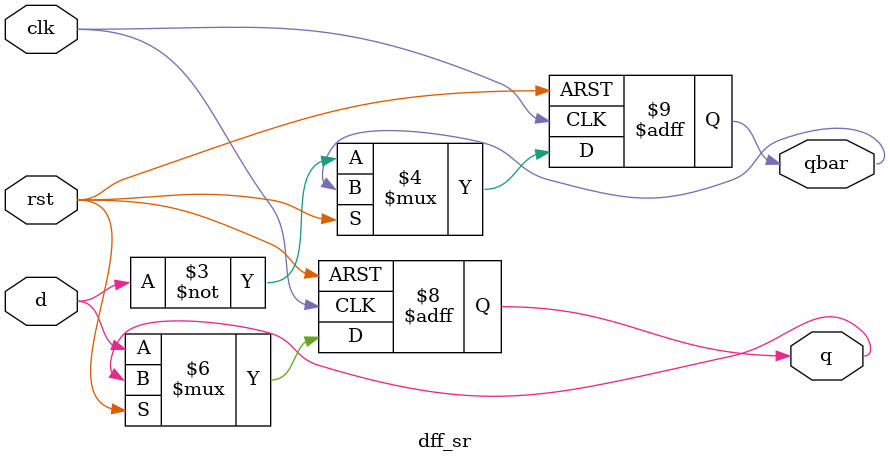
<source format=v>
module dff_sr(input d, input clk, input rst, output reg q, output reg qbar);

always@(posedge clk or posedge rst)
begin
//t12 <= d ? 1'b1:1'b0;
if(rst)
begin  q<=0; qbar<=1; end
else if (!rst)
begin 
q<=d;
qbar<=~d;
 end

end
endmodule

/* module dff_ar_tb();
reg d,clk,rst; wire q,qbar;
dff_sr u1(.d(d), .clk(clk), .rst(rst), .q(q), .qbar(qbar));

initial begin
	$dumpfile("dffar.vcd");
	$dumpvars(-1, u1);
end

always begin
clk=~clk;#5;
end

initial begin 
d=1;rst=1;clk=0;#10;
d=1;rst=0;#10;
d=0;rst=0;#10;
d=1;rst=0;#10;
d=1;rst=0;#5;
d=0;rst=0;#5;
#60 $finish;
end

endmodule
*/
</source>
